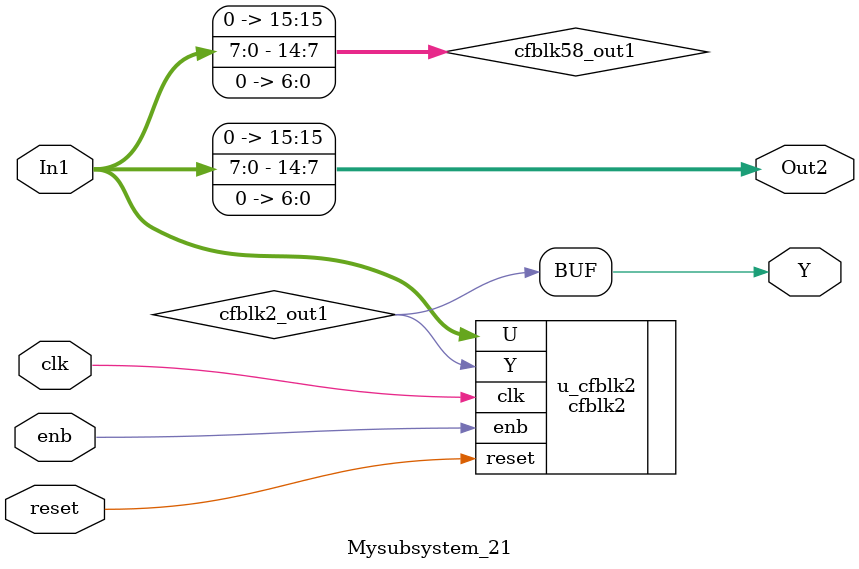
<source format=v>



`timescale 1 ns / 1 ns

module Mysubsystem_21
          (clk,
           reset,
           enb,
           In1,
           Y,
           Out2);


  input   clk;
  input   reset;
  input   enb;
  input   [7:0] In1;  // uint8
  output  Y;
  output  [15:0] Out2;  // ufix16_En7


  wire cfblk2_out1;
  wire [15:0] cfblk58_out1;  // ufix16_En7


  cfblk2 u_cfblk2 (.clk(clk),
                   .reset(reset),
                   .enb(enb),
                   .U(In1),  // uint8
                   .Y(cfblk2_out1)
                   );

  assign Y = cfblk2_out1;

  assign cfblk58_out1 = {1'b0, {In1, 7'b0000000}};



  assign Out2 = cfblk58_out1;

endmodule  // Mysubsystem_21


</source>
